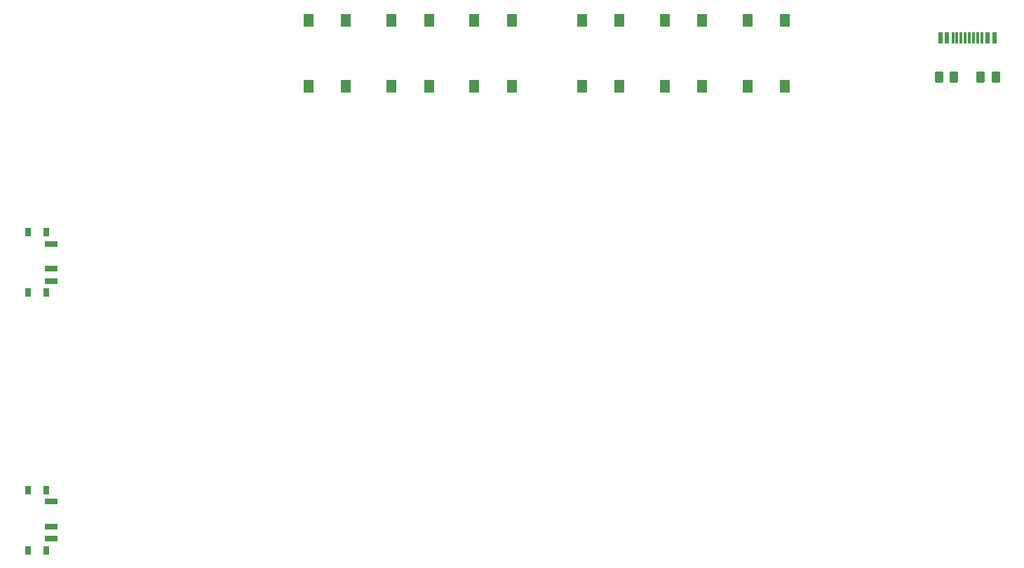
<source format=gtp>
%TF.GenerationSoftware,KiCad,Pcbnew,(6.0.5)*%
%TF.CreationDate,2022-08-30T07:27:48-07:00*%
%TF.ProjectId,chastity-device-rev2,63686173-7469-4747-992d-646576696365,rev?*%
%TF.SameCoordinates,Original*%
%TF.FileFunction,Paste,Top*%
%TF.FilePolarity,Positive*%
%FSLAX46Y46*%
G04 Gerber Fmt 4.6, Leading zero omitted, Abs format (unit mm)*
G04 Created by KiCad (PCBNEW (6.0.5)) date 2022-08-30 07:27:48*
%MOMM*%
%LPD*%
G01*
G04 APERTURE LIST*
G04 Aperture macros list*
%AMRoundRect*
0 Rectangle with rounded corners*
0 $1 Rounding radius*
0 $2 $3 $4 $5 $6 $7 $8 $9 X,Y pos of 4 corners*
0 Add a 4 corners polygon primitive as box body*
4,1,4,$2,$3,$4,$5,$6,$7,$8,$9,$2,$3,0*
0 Add four circle primitives for the rounded corners*
1,1,$1+$1,$2,$3*
1,1,$1+$1,$4,$5*
1,1,$1+$1,$6,$7*
1,1,$1+$1,$8,$9*
0 Add four rect primitives between the rounded corners*
20,1,$1+$1,$2,$3,$4,$5,0*
20,1,$1+$1,$4,$5,$6,$7,0*
20,1,$1+$1,$6,$7,$8,$9,0*
20,1,$1+$1,$8,$9,$2,$3,0*%
G04 Aperture macros list end*
%ADD10R,1.300000X1.550000*%
%ADD11RoundRect,0.249999X-0.262501X-0.450001X0.262501X-0.450001X0.262501X0.450001X-0.262501X0.450001X0*%
%ADD12R,0.600000X1.450000*%
%ADD13R,0.300000X1.450000*%
%ADD14RoundRect,0.249999X0.262501X0.450001X-0.262501X0.450001X-0.262501X-0.450001X0.262501X-0.450001X0*%
%ADD15R,0.800000X1.000000*%
%ADD16R,1.500000X0.700000*%
G04 APERTURE END LIST*
D10*
X88500000Y-35775000D03*
X88500000Y-43725000D03*
X93000000Y-35775000D03*
X93000000Y-43725000D03*
X65500000Y-43725000D03*
X65500000Y-35775000D03*
X70000000Y-35775000D03*
X70000000Y-43725000D03*
X98500000Y-35775000D03*
X98500000Y-43725000D03*
X103000000Y-35775000D03*
X103000000Y-43725000D03*
X55500000Y-35775000D03*
X55500000Y-43725000D03*
X60000000Y-35775000D03*
X60000000Y-43725000D03*
X75500000Y-35775000D03*
X75500000Y-43725000D03*
X80000000Y-35775000D03*
X80000000Y-43725000D03*
X108500000Y-43725000D03*
X108500000Y-35775000D03*
X113000000Y-35775000D03*
X113000000Y-43725000D03*
D11*
X136587500Y-42680000D03*
X138412500Y-42680000D03*
D12*
X138250000Y-37891800D03*
X137450000Y-37891800D03*
D13*
X136750000Y-37891800D03*
X136250000Y-37891800D03*
X135750000Y-37891800D03*
X135250000Y-37891800D03*
X134750000Y-37891800D03*
X134250000Y-37891800D03*
X133750000Y-37891800D03*
X133250000Y-37891800D03*
D12*
X132550000Y-37891800D03*
X131750000Y-37891800D03*
D14*
X133412500Y-42680000D03*
X131587500Y-42680000D03*
D15*
X21570000Y-61390000D03*
X23780000Y-68690000D03*
X23780000Y-61390000D03*
X21570000Y-68690000D03*
D16*
X24430000Y-62790000D03*
X24430000Y-65790000D03*
X24430000Y-67290000D03*
D15*
X21570000Y-92500000D03*
X23780000Y-92500000D03*
X23780000Y-99800000D03*
X21570000Y-99800000D03*
D16*
X24430000Y-93900000D03*
X24430000Y-96900000D03*
X24430000Y-98400000D03*
M02*

</source>
